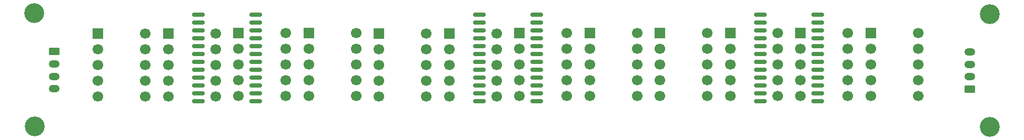
<source format=gbr>
%TF.GenerationSoftware,KiCad,Pcbnew,(6.0.0)*%
%TF.CreationDate,2023-05-02T22:40:52+02:00*%
%TF.ProjectId,7SegmentDisplay,37536567-6d65-46e7-9444-6973706c6179,rev?*%
%TF.SameCoordinates,Original*%
%TF.FileFunction,Soldermask,Bot*%
%TF.FilePolarity,Negative*%
%FSLAX46Y46*%
G04 Gerber Fmt 4.6, Leading zero omitted, Abs format (unit mm)*
G04 Created by KiCad (PCBNEW (6.0.0)) date 2023-05-02 22:40:52*
%MOMM*%
%LPD*%
G01*
G04 APERTURE LIST*
G04 Aperture macros list*
%AMRoundRect*
0 Rectangle with rounded corners*
0 $1 Rounding radius*
0 $2 $3 $4 $5 $6 $7 $8 $9 X,Y pos of 4 corners*
0 Add a 4 corners polygon primitive as box body*
4,1,4,$2,$3,$4,$5,$6,$7,$8,$9,$2,$3,0*
0 Add four circle primitives for the rounded corners*
1,1,$1+$1,$2,$3*
1,1,$1+$1,$4,$5*
1,1,$1+$1,$6,$7*
1,1,$1+$1,$8,$9*
0 Add four rect primitives between the rounded corners*
20,1,$1+$1,$2,$3,$4,$5,0*
20,1,$1+$1,$4,$5,$6,$7,0*
20,1,$1+$1,$6,$7,$8,$9,0*
20,1,$1+$1,$8,$9,$2,$3,0*%
G04 Aperture macros list end*
%ADD10C,3.200000*%
%ADD11C,1.700000*%
%ADD12R,1.700000X1.700000*%
%ADD13RoundRect,0.250000X0.625000X-0.350000X0.625000X0.350000X-0.625000X0.350000X-0.625000X-0.350000X0*%
%ADD14O,1.750000X1.200000*%
%ADD15RoundRect,0.250000X-0.625000X0.350000X-0.625000X-0.350000X0.625000X-0.350000X0.625000X0.350000X0*%
%ADD16RoundRect,0.150000X-0.875000X-0.150000X0.875000X-0.150000X0.875000X0.150000X-0.875000X0.150000X0*%
G04 APERTURE END LIST*
D10*
%TO.C,H4*%
X53390800Y-97815400D03*
%TD*%
%TO.C,H3*%
X207035400Y-97840800D03*
%TD*%
%TO.C,H2*%
X207035400Y-79629000D03*
%TD*%
%TO.C,H1*%
X53314600Y-79502000D03*
%TD*%
D11*
%TO.C,U13*%
X195529700Y-82701900D03*
X195529700Y-85241900D03*
X195529700Y-87781900D03*
X195529700Y-90321900D03*
X195529700Y-92861900D03*
X187909700Y-92861900D03*
X187909700Y-90321900D03*
X187909700Y-87781900D03*
X187909700Y-85241900D03*
D12*
X187909700Y-82701900D03*
%TD*%
D11*
%TO.C,U12*%
X161620700Y-82727300D03*
X161620700Y-85267300D03*
X161620700Y-87807300D03*
X161620700Y-90347300D03*
X161620700Y-92887300D03*
X154000700Y-92887300D03*
X154000700Y-90347300D03*
X154000700Y-87807300D03*
X154000700Y-85267300D03*
D12*
X154000700Y-82727300D03*
%TD*%
%TO.C,U1*%
X86172955Y-82750144D03*
D11*
X86172955Y-85290144D03*
X86172955Y-87830144D03*
X86172955Y-90370144D03*
X86172955Y-92910144D03*
X93792955Y-92910144D03*
X93792955Y-90370144D03*
X93792955Y-87830144D03*
X93792955Y-85290144D03*
X93792955Y-82750144D03*
%TD*%
%TO.C,U3*%
X105095955Y-82750144D03*
X105095955Y-85290144D03*
X105095955Y-87830144D03*
X105095955Y-90370144D03*
X105095955Y-92910144D03*
X97475955Y-92910144D03*
X97475955Y-90370144D03*
X97475955Y-87830144D03*
X97475955Y-85290144D03*
D12*
X97475955Y-82750144D03*
%TD*%
D11*
%TO.C,U11*%
X184226700Y-82701900D03*
X184226700Y-85241900D03*
X184226700Y-87781900D03*
X184226700Y-90321900D03*
X184226700Y-92861900D03*
X176606700Y-92861900D03*
X176606700Y-90321900D03*
X176606700Y-87781900D03*
X176606700Y-85241900D03*
D12*
X176606700Y-82701900D03*
%TD*%
D13*
%TO.C,J2*%
X203798000Y-91747600D03*
D14*
X203798000Y-89747600D03*
X203798000Y-87747600D03*
X203798000Y-85747600D03*
%TD*%
D15*
%TO.C,J1*%
X56526600Y-85696800D03*
D14*
X56526600Y-87696800D03*
X56526600Y-89696800D03*
X56526600Y-91696800D03*
%TD*%
D12*
%TO.C,U6*%
X131394700Y-82730895D03*
D11*
X131394700Y-85270895D03*
X131394700Y-87810895D03*
X131394700Y-90350895D03*
X131394700Y-92890895D03*
X139014700Y-92890895D03*
X139014700Y-90350895D03*
X139014700Y-87810895D03*
X139014700Y-85270895D03*
X139014700Y-82730895D03*
%TD*%
D16*
%TO.C,U14*%
X179402000Y-93699600D03*
X179402000Y-92429600D03*
X179402000Y-91159600D03*
X179402000Y-89889600D03*
X179402000Y-88619600D03*
X179402000Y-87349600D03*
X179402000Y-86079600D03*
X179402000Y-84809600D03*
X179402000Y-83539600D03*
X179402000Y-82269600D03*
X179402000Y-80999600D03*
X179402000Y-79729600D03*
X170102000Y-79729600D03*
X170102000Y-80999600D03*
X170102000Y-82269600D03*
X170102000Y-83539600D03*
X170102000Y-84809600D03*
X170102000Y-86079600D03*
X170102000Y-87349600D03*
X170102000Y-88619600D03*
X170102000Y-89889600D03*
X170102000Y-91159600D03*
X170102000Y-92429600D03*
X170102000Y-93699600D03*
%TD*%
D11*
%TO.C,U5*%
X82489455Y-82775544D03*
X82489455Y-85315544D03*
X82489455Y-87855544D03*
X82489455Y-90395544D03*
X82489455Y-92935544D03*
X74869455Y-92935544D03*
X74869455Y-90395544D03*
X74869455Y-87855544D03*
X74869455Y-85315544D03*
D12*
X74869455Y-82775544D03*
%TD*%
D11*
%TO.C,U2*%
X71186955Y-82775544D03*
X71186955Y-85315544D03*
X71186955Y-87855544D03*
X71186955Y-90395544D03*
X71186955Y-92935544D03*
X63566955Y-92935544D03*
X63566955Y-90395544D03*
X63566955Y-87855544D03*
X63566955Y-85315544D03*
D12*
X63566955Y-82775544D03*
%TD*%
D11*
%TO.C,U15*%
X172923200Y-82727300D03*
X172923200Y-85267300D03*
X172923200Y-87807300D03*
X172923200Y-90347300D03*
X172923200Y-92887300D03*
X165303200Y-92887300D03*
X165303200Y-90347300D03*
X165303200Y-87807300D03*
X165303200Y-85267300D03*
D12*
X165303200Y-82727300D03*
%TD*%
%TO.C,U8*%
X142697700Y-82730895D03*
D11*
X142697700Y-85270895D03*
X142697700Y-87810895D03*
X142697700Y-90350895D03*
X142697700Y-92890895D03*
X150317700Y-92890895D03*
X150317700Y-90350895D03*
X150317700Y-87810895D03*
X150317700Y-85270895D03*
X150317700Y-82730895D03*
%TD*%
D12*
%TO.C,U10*%
X120091200Y-82756295D03*
D11*
X120091200Y-85296295D03*
X120091200Y-87836295D03*
X120091200Y-90376295D03*
X120091200Y-92916295D03*
X127711200Y-92916295D03*
X127711200Y-90376295D03*
X127711200Y-87836295D03*
X127711200Y-85296295D03*
X127711200Y-82756295D03*
%TD*%
D12*
%TO.C,U7*%
X108788700Y-82756295D03*
D11*
X108788700Y-85296295D03*
X108788700Y-87836295D03*
X108788700Y-90376295D03*
X108788700Y-92916295D03*
X116408700Y-92916295D03*
X116408700Y-90376295D03*
X116408700Y-87836295D03*
X116408700Y-85296295D03*
X116408700Y-82756295D03*
%TD*%
D16*
%TO.C,U4*%
X79668255Y-93747844D03*
X79668255Y-92477844D03*
X79668255Y-91207844D03*
X79668255Y-89937844D03*
X79668255Y-88667844D03*
X79668255Y-87397844D03*
X79668255Y-86127844D03*
X79668255Y-84857844D03*
X79668255Y-83587844D03*
X79668255Y-82317844D03*
X79668255Y-81047844D03*
X79668255Y-79777844D03*
X88968255Y-79777844D03*
X88968255Y-81047844D03*
X88968255Y-82317844D03*
X88968255Y-83587844D03*
X88968255Y-84857844D03*
X88968255Y-86127844D03*
X88968255Y-87397844D03*
X88968255Y-88667844D03*
X88968255Y-89937844D03*
X88968255Y-91207844D03*
X88968255Y-92477844D03*
X88968255Y-93747844D03*
%TD*%
%TO.C,U9*%
X124890000Y-93728595D03*
X124890000Y-92458595D03*
X124890000Y-91188595D03*
X124890000Y-89918595D03*
X124890000Y-88648595D03*
X124890000Y-87378595D03*
X124890000Y-86108595D03*
X124890000Y-84838595D03*
X124890000Y-83568595D03*
X124890000Y-82298595D03*
X124890000Y-81028595D03*
X124890000Y-79758595D03*
X134190000Y-79758595D03*
X134190000Y-81028595D03*
X134190000Y-82298595D03*
X134190000Y-83568595D03*
X134190000Y-84838595D03*
X134190000Y-86108595D03*
X134190000Y-87378595D03*
X134190000Y-88648595D03*
X134190000Y-89918595D03*
X134190000Y-91188595D03*
X134190000Y-92458595D03*
X134190000Y-93728595D03*
%TD*%
M02*

</source>
